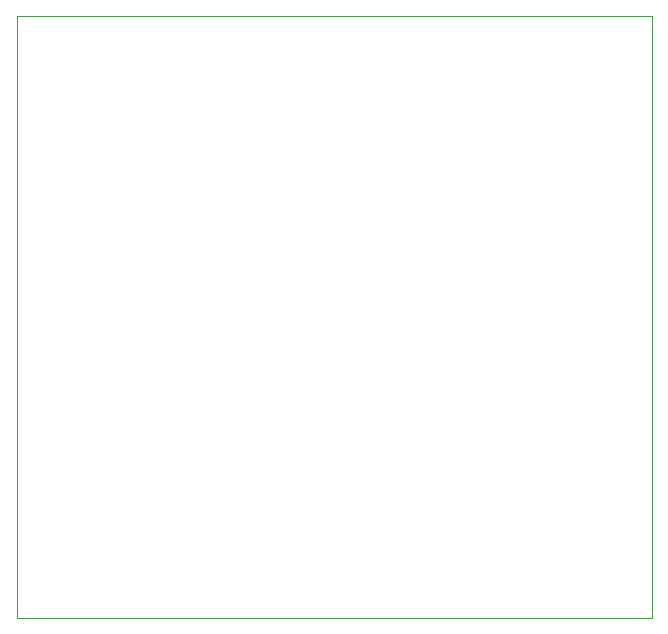
<source format=gbr>
G04 #@! TF.GenerationSoftware,KiCad,Pcbnew,(5.1.9)-1*
G04 #@! TF.CreationDate,2022-08-19T09:55:29-06:00*
G04 #@! TF.ProjectId,ABSIS_PMS,41425349-535f-4504-9d53-2e6b69636164,1*
G04 #@! TF.SameCoordinates,Original*
G04 #@! TF.FileFunction,Profile,NP*
%FSLAX46Y46*%
G04 Gerber Fmt 4.6, Leading zero omitted, Abs format (unit mm)*
G04 Created by KiCad (PCBNEW (5.1.9)-1) date 2022-08-19 09:55:29*
%MOMM*%
%LPD*%
G01*
G04 APERTURE LIST*
G04 #@! TA.AperFunction,Profile*
%ADD10C,0.100000*%
G04 #@! TD*
G04 APERTURE END LIST*
D10*
X121810000Y-114810000D02*
X104030000Y-114810000D01*
X104030000Y-63810000D02*
X104030000Y-114810000D01*
X121810000Y-63810000D02*
X104030000Y-63810000D01*
X157810000Y-114810000D02*
X157810000Y-63810000D01*
X121810000Y-114810000D02*
X157810000Y-114810000D01*
X157810000Y-63810000D02*
X121810000Y-63810000D01*
M02*

</source>
